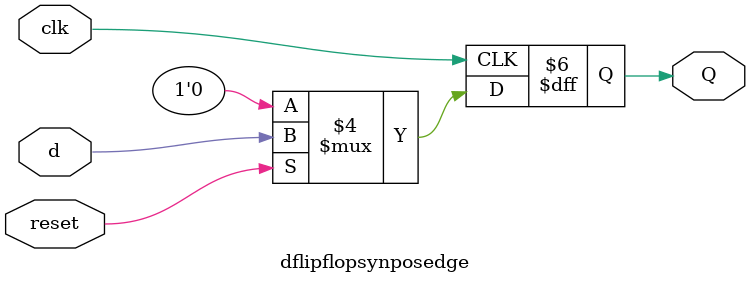
<source format=v>
module dflipflopsynposedge(clk, d, reset, Q);

   input clk,d,reset;
   output reg Q;
   always@(posedge clk) //active low reset--means will reset at the negedge of the reset
   begin 
            if(reset == 0) Q<=0;
            else Q<= d;
   end
   
endmodule

</source>
